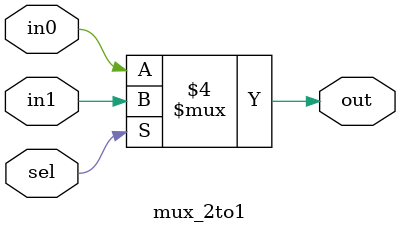
<source format=v>
module mux_2to1 (
    input in0,
    input in1,
    input sel,
    output reg out
);

    always @(*) begin
        if (sel == 1'b0) begin
            out = in0;
        end else begin
            out = in1;
        end
    end

endmodule
</source>
